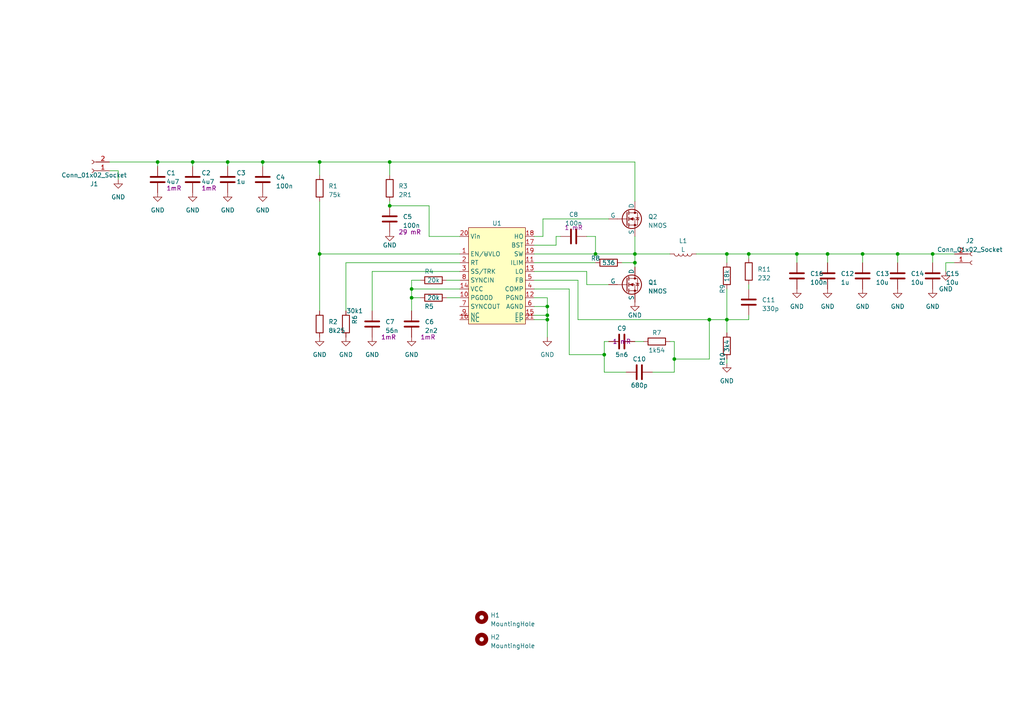
<source format=kicad_sch>
(kicad_sch (version 20230121) (generator eeschema)
  (paper "A4")
  (lib_symbols
    (symbol "Connector:Conn_01x02_Socket" (pin_names (offset 1.016) hide)
      (property "Reference" "J" (at 0 2.54 0))
      (property "Value" "Conn_01x02_Socket" (at 0 -5.08 0))
      (symbol "Conn_01x02_Socket_1_1"
        (arc (start 0 -2.032) (mid -0.5058 -2.54) (end 0 -3.048) (stroke (width 0.1524)))
        (polyline (pts (xy -1.27 -2.54) (xy -0.508 -2.54)) (stroke (width 0.1524)))
        (polyline (pts (xy -1.27 0) (xy -0.508 0)) (stroke (width 0.1524)))
        (arc (start 0 0.508) (mid -0.5058 0) (end 0 -0.508) (stroke (width 0.1524)))
        (pin passive line (at -5.08 0 0) (length 3.81) (name "Pin_1") (number "1"))
        (pin passive line (at -5.08 -2.54 0) (length 3.81) (name "Pin_2") (number "2"))
      )
    )
    (symbol "Device:C" (pin_numbers hide) (pin_names (offset 0.254))
      (property "Reference" "C" (at 0.635 2.54 0))
      (property "Value" "C" (at 0.635 -2.54 0))
      (symbol "C_0_1"
        (polyline (pts (xy -2.032 -0.762) (xy 2.032 -0.762)) (stroke (width 0.508)))
        (polyline (pts (xy -2.032 0.762) (xy 2.032 0.762)) (stroke (width 0.508)))
      )
      (symbol "C_1_1"
        (pin passive line (at 0 3.81 270) (length 2.794) (name "~") (number "1"))
        (pin passive line (at 0 -3.81 90) (length 2.794) (name "~") (number "2"))
      )
    )
    (symbol "Device:L" (pin_numbers hide) (pin_names (offset 1.016) hide)
      (property "Reference" "L" (at -1.27 0 90))
      (property "Value" "L" (at 1.905 0 90))
      (symbol "L_0_1"
        (arc (start 0 -2.54) (mid 0.6323 -1.905) (end 0 -1.27))
        (arc (start 0 -1.27) (mid 0.6323 -0.635) (end 0 0))
        (arc (start 0 0) (mid 0.6323 0.635) (end 0 1.27))
        (arc (start 0 1.27) (mid 0.6323 1.905) (end 0 2.54))
      )
      (symbol "L_1_1"
        (pin passive line (at 0 3.81 270) (length 1.27) (name "1") (number "1"))
        (pin passive line (at 0 -3.81 90) (length 1.27) (name "2") (number "2"))
      )
    )
    (symbol "Device:R" (pin_numbers hide) (pin_names (offset 0))
      (property "Reference" "R" (at 2.032 0 90))
      (property "Value" "R" (at 0 0 90))
      (symbol "R_0_1"
        (rectangle (start -1.016 -2.54) (end 1.016 2.54) (stroke (width 0.254)))
      )
      (symbol "R_1_1"
        (pin passive line (at 0 3.81 270) (length 1.27) (name "~") (number "1"))
        (pin passive line (at 0 -3.81 90) (length 1.27) (name "~") (number "2"))
      )
    )
    (symbol "Mechanical:MountingHole" (pin_names (offset 1.016))
      (property "Reference" "H" (at 0 5.08 0))
      (property "Value" "MountingHole" (at 0 3.175 0))
      (symbol "MountingHole_0_1"
        (circle (center 0 0) (radius 1.27) (stroke (width 1.27)))
      )
    )
    (symbol "Simulation_SPICE:NMOS" (pin_numbers hide) (pin_names (offset 0))
      (property "Reference" "Q" (at 5.08 1.27 0))
      (property "Value" "NMOS" (at 5.08 -1.27 0))
      (symbol "NMOS_0_1"
        (polyline (pts (xy 0.254 0) (xy -2.54 0)))
        (polyline (pts (xy 0.254 1.905) (xy 0.254 -1.905)) (stroke (width 0.254)))
        (polyline (pts (xy 0.762 -1.27) (xy 0.762 -2.286)) (stroke (width 0.254)))
        (polyline (pts (xy 0.762 0.508) (xy 0.762 -0.508)) (stroke (width 0.254)))
        (polyline (pts (xy 0.762 2.286) (xy 0.762 1.27)) (stroke (width 0.254)))
        (polyline (pts (xy 2.54 2.54) (xy 2.54 1.778)))
        (polyline (pts (xy 2.54 -2.54) (xy 2.54 0) (xy 0.762 0)))
        (polyline (pts (xy 0.762 -1.778) (xy 3.302 -1.778) (xy 3.302 1.778) (xy 0.762 1.778)))
        (polyline (pts (xy 1.016 0) (xy 2.032 0.381) (xy 2.032 -0.381) (xy 1.016 0)) (fill (type outline)))
        (polyline (pts (xy 2.794 0.508) (xy 2.921 0.381) (xy 3.683 0.381) (xy 3.81 0.254)))
        (polyline (pts (xy 3.302 0.381) (xy 2.921 -0.254) (xy 3.683 -0.254) (xy 3.302 0.381)))
        (circle (center 1.651 0) (radius 2.794) (stroke (width 0.254)))
        (circle (center 2.54 -1.778) (radius 0.254) (fill (type outline)))
        (circle (center 2.54 1.778) (radius 0.254) (fill (type outline)))
      )
      (symbol "NMOS_1_1"
        (pin passive line (at 2.54 5.08 270) (length 2.54) (name "D") (number "1"))
        (pin input line (at -5.08 0 0) (length 2.54) (name "G") (number "2"))
        (pin passive line (at 2.54 -5.08 90) (length 2.54) (name "S") (number "3"))
      )
    )
    (symbol "Techbeard:LM25145RGYR"
      (property "Reference" "U" (at 0 15.24 0))
      (symbol "LM25145RGYR_0_1"
        (rectangle (start -8.89 13.97) (end 7.62 -13.97) (fill (type background)))
      )
      (symbol "LM25145RGYR_1_1"
        (pin input line (at -11.43 6.35 0) (length 2.54) (name "EN/UVLO") (number "1"))
        (pin input line (at -11.43 -6.35 0) (length 2.54) (name "PGOOD") (number "10"))
        (pin input line (at 10.16 3.81 180) (length 2.54) (name "ILIM") (number "11"))
        (pin input line (at 10.16 -6.35 180) (length 2.54) (name "PGND") (number "12"))
        (pin input line (at 10.16 1.27 180) (length 2.54) (name "LO") (number "13"))
        (pin input line (at -11.43 -3.81 0) (length 2.54) (name "VCC") (number "14"))
        (pin input line (at 10.16 -11.43 180) (length 2.54) (name "EP") (number "15"))
        (pin input line (at -11.43 -12.7 0) (length 2.54) (name "NC") (number "16"))
        (pin input line (at 10.16 8.89 180) (length 2.54) (name "BST") (number "17"))
        (pin input line (at 10.16 11.43 180) (length 2.54) (name "HO") (number "18"))
        (pin input line (at 10.16 6.35 180) (length 2.54) (name "SW") (number "19"))
        (pin input line (at -11.43 3.81 0) (length 2.54) (name "RT") (number "2"))
        (pin input line (at -11.43 11.43 0) (length 2.54) (name "Vin") (number "20"))
        (pin input line (at 10.16 -12.7 180) (length 2.54) (name "EP") (number "21"))
        (pin input line (at -11.43 1.27 0) (length 2.54) (name "SS/TRK") (number "3"))
        (pin input line (at 10.16 -3.81 180) (length 2.54) (name "COMP") (number "4"))
        (pin input line (at 10.16 -1.27 180) (length 2.54) (name "FB") (number "5"))
        (pin input line (at 10.16 -8.89 180) (length 2.54) (name "AGND") (number "6"))
        (pin input line (at -11.43 -8.89 0) (length 2.54) (name "SYNCOUT") (number "7"))
        (pin input line (at -11.43 -1.27 0) (length 2.54) (name "SYNCIN") (number "8"))
        (pin input line (at -11.43 -11.43 0) (length 2.54) (name "NC") (number "9"))
      )
    )
    (symbol "power:GND" (power) (pin_names (offset 0))
      (property "Value" "GND" (at 0 -3.81 0))
      (symbol "GND_0_1"
        (polyline (pts (xy 0 0) (xy 0 -1.27) (xy 1.27 -1.27) (xy 0 -2.54) (xy -1.27 -1.27) (xy 0 -1.27)))
      )
      (symbol "GND_1_1"
        (pin power_in line (at 0 0 270) (length 0) hide (name "GND") (number "1"))
      )
    )
  )
  (junction (at 231.14 73.66))
  (junction (at 217.17 73.66))
  (junction (at 210.82 73.66))
  (junction (at 76.2 46.99))
  (junction (at 210.82 92.71))
  (junction (at 250.19 73.66))
  (junction (at 205.74 92.71))
  (junction (at 260.35 73.66))
  (junction (at 66.04 46.99))
  (junction (at 55.88 46.99))
  (junction (at 92.71 73.66))
  (junction (at 240.03 73.66))
  (junction (at 158.75 92.71))
  (junction (at 172.72 73.66))
  (junction (at 270.51 73.66))
  (junction (at 158.75 88.9))
  (junction (at 184.15 73.66))
  (junction (at 92.71 46.99))
  (junction (at 184.15 76.2))
  (junction (at 113.03 46.99))
  (junction (at 119.38 86.36))
  (junction (at 113.03 59.69))
  (junction (at 119.38 83.82))
  (junction (at 195.58 104.14))
  (junction (at 45.72 46.99))
  (junction (at 158.75 91.44))
  (junction (at 175.26 102.87))
  (wire (pts (xy 154.94 78.74) (xy 170.18 78.74)))
  (wire (pts (xy 55.88 46.99) (xy 55.88 48.26)))
  (wire (pts (xy 157.48 68.58) (xy 157.48 63.5)))
  (wire (pts (xy 260.35 76.2) (xy 260.35 73.66)))
  (wire (pts (xy 157.48 63.5) (xy 176.53 63.5)))
  (wire (pts (xy 184.15 73.66) (xy 172.72 73.66)))
  (wire (pts (xy 231.14 73.66) (xy 217.17 73.66)))
  (wire (pts (xy 181.61 107.95) (xy 175.26 107.95)))
  (wire (pts (xy 210.82 73.66) (xy 210.82 76.2)))
  (wire (pts (xy 274.32 76.2) (xy 274.32 78.74)))
  (wire (pts (xy 175.26 99.06) (xy 176.53 99.06)))
  (wire (pts (xy 184.15 46.99) (xy 113.03 46.99)))
  (wire (pts (xy 133.35 73.66) (xy 92.71 73.66)))
  (wire (pts (xy 66.04 46.99) (xy 66.04 48.26)))
  (wire (pts (xy 154.94 91.44) (xy 158.75 91.44)))
  (wire (pts (xy 129.54 81.28) (xy 133.35 81.28)))
  (wire (pts (xy 154.94 86.36) (xy 158.75 86.36)))
  (wire (pts (xy 158.75 92.71) (xy 158.75 97.79)))
  (wire (pts (xy 45.72 46.99) (xy 45.72 48.26)))
  (wire (pts (xy 210.82 104.14) (xy 210.82 105.41)))
  (wire (pts (xy 154.94 71.12) (xy 161.29 71.12)))
  (wire (pts (xy 100.33 76.2) (xy 100.33 90.17)))
  (wire (pts (xy 260.35 73.66) (xy 250.19 73.66)))
  (wire (pts (xy 217.17 91.44) (xy 217.17 92.71)))
  (wire (pts (xy 161.29 68.58) (xy 162.56 68.58)))
  (wire (pts (xy 133.35 78.74) (xy 107.95 78.74)))
  (wire (pts (xy 170.18 78.74) (xy 170.18 82.55)))
  (wire (pts (xy 217.17 73.66) (xy 210.82 73.66)))
  (wire (pts (xy 170.18 82.55) (xy 176.53 82.55)))
  (wire (pts (xy 180.34 76.2) (xy 184.15 76.2)))
  (wire (pts (xy 270.51 76.2) (xy 270.51 73.66)))
  (wire (pts (xy 170.18 68.58) (xy 172.72 68.58)))
  (wire (pts (xy 158.75 86.36) (xy 158.75 88.9)))
  (wire (pts (xy 55.88 46.99) (xy 66.04 46.99)))
  (wire (pts (xy 172.72 68.58) (xy 172.72 73.66)))
  (wire (pts (xy 158.75 91.44) (xy 158.75 92.71)))
  (wire (pts (xy 76.2 46.99) (xy 92.71 46.99)))
  (wire (pts (xy 250.19 73.66) (xy 240.03 73.66)))
  (wire (pts (xy 119.38 83.82) (xy 119.38 81.28)))
  (wire (pts (xy 184.15 99.06) (xy 186.69 99.06)))
  (wire (pts (xy 124.46 59.69) (xy 113.03 59.69)))
  (wire (pts (xy 92.71 73.66) (xy 92.71 90.17)))
  (wire (pts (xy 167.64 81.28) (xy 167.64 92.71)))
  (wire (pts (xy 124.46 68.58) (xy 133.35 68.58)))
  (wire (pts (xy 201.93 73.66) (xy 210.82 73.66)))
  (wire (pts (xy 113.03 58.42) (xy 113.03 59.69)))
  (wire (pts (xy 195.58 107.95) (xy 189.23 107.95)))
  (wire (pts (xy 31.75 46.99) (xy 45.72 46.99)))
  (wire (pts (xy 195.58 104.14) (xy 195.58 107.95)))
  (wire (pts (xy 175.26 102.87) (xy 175.26 99.06)))
  (wire (pts (xy 113.03 46.99) (xy 113.03 50.8)))
  (wire (pts (xy 210.82 96.52) (xy 210.82 92.71)))
  (wire (pts (xy 124.46 68.58) (xy 124.46 59.69)))
  (wire (pts (xy 184.15 76.2) (xy 184.15 77.47)))
  (wire (pts (xy 167.64 92.71) (xy 205.74 92.71)))
  (wire (pts (xy 165.1 83.82) (xy 165.1 102.87)))
  (wire (pts (xy 129.54 86.36) (xy 133.35 86.36)))
  (wire (pts (xy 154.94 92.71) (xy 158.75 92.71)))
  (wire (pts (xy 194.31 73.66) (xy 184.15 73.66)))
  (wire (pts (xy 231.14 73.66) (xy 231.14 76.2)))
  (wire (pts (xy 66.04 46.99) (xy 76.2 46.99)))
  (wire (pts (xy 195.58 104.14) (xy 205.74 104.14)))
  (wire (pts (xy 34.29 49.53) (xy 34.29 52.07)))
  (wire (pts (xy 175.26 107.95) (xy 175.26 102.87)))
  (wire (pts (xy 154.94 81.28) (xy 167.64 81.28)))
  (wire (pts (xy 205.74 104.14) (xy 205.74 92.71)))
  (wire (pts (xy 184.15 68.58) (xy 184.15 73.66)))
  (wire (pts (xy 217.17 74.93) (xy 217.17 73.66)))
  (wire (pts (xy 240.03 73.66) (xy 231.14 73.66)))
  (wire (pts (xy 165.1 102.87) (xy 175.26 102.87)))
  (wire (pts (xy 133.35 83.82) (xy 119.38 83.82)))
  (wire (pts (xy 250.19 73.66) (xy 250.19 76.2)))
  (wire (pts (xy 76.2 48.26) (xy 76.2 46.99)))
  (wire (pts (xy 154.94 88.9) (xy 158.75 88.9)))
  (wire (pts (xy 172.72 73.66) (xy 154.94 73.66)))
  (wire (pts (xy 195.58 99.06) (xy 195.58 104.14)))
  (wire (pts (xy 157.48 68.58) (xy 154.94 68.58)))
  (wire (pts (xy 217.17 82.55) (xy 217.17 83.82)))
  (wire (pts (xy 121.92 86.36) (xy 119.38 86.36)))
  (wire (pts (xy 119.38 81.28) (xy 121.92 81.28)))
  (wire (pts (xy 158.75 88.9) (xy 158.75 91.44)))
  (wire (pts (xy 205.74 92.71) (xy 210.82 92.71)))
  (wire (pts (xy 92.71 50.8) (xy 92.71 46.99)))
  (wire (pts (xy 194.31 99.06) (xy 195.58 99.06)))
  (wire (pts (xy 31.75 49.53) (xy 34.29 49.53)))
  (wire (pts (xy 119.38 86.36) (xy 119.38 90.17)))
  (wire (pts (xy 184.15 76.2) (xy 184.15 73.66)))
  (wire (pts (xy 276.86 76.2) (xy 274.32 76.2)))
  (wire (pts (xy 92.71 46.99) (xy 113.03 46.99)))
  (wire (pts (xy 92.71 58.42) (xy 92.71 73.66)))
  (wire (pts (xy 210.82 83.82) (xy 210.82 92.71)))
  (wire (pts (xy 184.15 58.42) (xy 184.15 46.99)))
  (wire (pts (xy 270.51 73.66) (xy 276.86 73.66)))
  (wire (pts (xy 240.03 73.66) (xy 240.03 76.2)))
  (wire (pts (xy 119.38 86.36) (xy 119.38 83.82)))
  (wire (pts (xy 210.82 92.71) (xy 217.17 92.71)))
  (wire (pts (xy 45.72 46.99) (xy 55.88 46.99)))
  (wire (pts (xy 133.35 76.2) (xy 100.33 76.2)))
  (wire (pts (xy 260.35 73.66) (xy 270.51 73.66)))
  (wire (pts (xy 172.72 76.2) (xy 154.94 76.2)))
  (wire (pts (xy 107.95 78.74) (xy 107.95 90.17)))
  (wire (pts (xy 161.29 68.58) (xy 161.29 71.12)))
  (wire (pts (xy 154.94 83.82) (xy 165.1 83.82)))
  (symbol (lib_id "power:GND") (at 34.29 52.07 0) (unit 1)
    (property "Reference" "#PWR01" (effects hide))
    (property "Value" "GND" (at 34.29 57.15 0))
  )
  (symbol (lib_id "power:GND") (at 92.71 97.79 0) (unit 1)
    (property "Reference" "#PWR012" (effects hide))
    (property "Value" "GND" (at 92.71 102.87 0))
  )
  (symbol (lib_id "Device:C") (at 185.42 107.95 270) (unit 1)
    (property "Reference" "C10" (at 185.42 104.14 90))
    (property "Value" "680p" (at 185.42 111.76 90))
    (property "Footprint" "Capacitor_SMD:C_0402_1005Metric" (effects hide))
  )
  (symbol (lib_id "Device:C") (at 250.19 80.01 0) (unit 1)
    (property "Reference" "C13" (at 254 79.375 0) (effects (justify left)))
    (property "Value" "10u" (at 254 81.915 0) (effects (justify left)))
    (property "Footprint" "Capacitor_SMD:C_1210_3225Metric" (effects hide))
    (property "Wert2" "8mR" (effects hide))
  )
  (symbol (lib_id "Device:C") (at 260.35 80.01 0) (unit 1)
    (property "Reference" "C14" (at 264.16 79.375 0) (effects (justify left)))
    (property "Value" "10u" (at 264.16 81.915 0) (effects (justify left)))
    (property "Footprint" "Capacitor_SMD:C_1210_3225Metric" (effects hide))
    (property "Wert2" "8mR" (effects hide))
  )
  (symbol (lib_id "Device:C") (at 240.03 80.01 0) (unit 1)
    (property "Reference" "C12" (at 243.84 79.375 0) (effects (justify left)))
    (property "Value" "1u" (at 243.84 81.915 0) (effects (justify left)))
    (property "Footprint" "Capacitor_SMD:C_0805_2012Metric" (effects hide))
    (property "Wert2" "8mR" (effects hide))
  )
  (symbol (lib_id "power:GND") (at 45.72 55.88 0) (unit 1)
    (property "Reference" "#PWR02" (effects hide))
    (property "Value" "GND" (at 45.72 60.96 0))
  )
  (symbol (lib_id "Device:L") (at 198.12 73.66 270) (unit 1)
    (property "Reference" "L1" (at 198.12 69.85 90))
    (property "Value" "L" (at 198.12 72.39 90))
    (property "Footprint" "Techbeard:SER2009-122MLD" (effects hide))
  )
  (symbol (lib_id "power:GND") (at 260.35 83.82 0) (unit 1)
    (property "Reference" "#PWR017" (effects hide))
    (property "Value" "GND" (at 260.35 88.9 0))
  )
  (symbol (lib_id "Device:C") (at 55.88 52.07 0) (unit 1)
    (property "Reference" "C2" (at 58.42 50.165 0) (effects (justify left)))
    (property "Value" "4u7" (at 58.42 52.705 0) (effects (justify left)))
    (property "Footprint" "Capacitor_SMD:C_1210_3225Metric" (effects hide))
    (property "Wert2" "1mR" (at 58.42 54.61 0) (effects (justify left)))
  )
  (symbol (lib_id "Device:C") (at 66.04 52.07 0) (unit 1)
    (property "Reference" "C3" (at 68.58 50.165 0) (effects (justify left)))
    (property "Value" "1u" (at 68.58 52.705 0) (effects (justify left)))
    (property "Footprint" "Capacitor_SMD:C_0805_2012Metric" (effects hide))
    (property "Wert2" "1mR" (effects hide))
  )
  (symbol (lib_id "Mechanical:MountingHole") (at 139.7 179.07 0) (unit 1)
    (property "Reference" "H1" (at 142.24 178.435 0) (effects (justify left)))
    (property "Value" "MountingHole" (at 142.24 180.975 0) (effects (justify left)))
    (property "Footprint" "MountingHole:MountingHole_3.2mm_M3" (effects hide))
  )
  (symbol (lib_id "Device:C") (at 107.95 93.98 0) (unit 1)
    (property "Reference" "C7" (at 111.76 93.345 0) (effects (justify left)))
    (property "Value" "56n" (at 111.76 95.885 0) (effects (justify left)))
    (property "Footprint" "Capacitor_SMD:C_0402_1005Metric" (effects hide))
    (property "Wert2" "1mR" (at 110.49 97.79 0) (effects (justify left)))
  )
  (symbol (lib_id "Techbeard:LM25145RGYR") (at 144.78 80.01 0) (unit 1)
    (property "Reference" "U1" (at 144.145 64.77 0))
    (property "Value" "~" (at 140.97 73.66 0))
    (property "Footprint" "LCSC:VQFN-20_L4.5-W3.5-P0.50-BL-EP" (effects hide))
  )
  (symbol (lib_id "Device:C") (at 180.34 99.06 270) (unit 1)
    (property "Reference" "C9" (at 180.34 95.25 90))
    (property "Value" "5n6" (at 180.34 102.87 90))
    (property "Footprint" "Capacitor_SMD:C_0402_1005Metric" (effects hide))
    (property "Wert2" "1 mR" (at 180.34 99.06 90))
  )
  (symbol (lib_id "power:GND") (at 231.14 83.82 0) (unit 1)
    (property "Reference" "#PWR019" (effects hide))
    (property "Value" "GND" (at 231.14 88.9 0))
  )
  (symbol (lib_id "Device:R") (at 125.73 81.28 90) (unit 1)
    (property "Reference" "R4" (at 124.46 78.74 90))
    (property "Value" "20k" (at 125.73 81.28 90))
    (property "Footprint" "Resistor_SMD:R_0402_1005Metric" (effects hide))
  )
  (symbol (lib_id "Device:C") (at 231.14 80.01 0) (unit 1)
    (property "Reference" "C16" (at 234.95 79.375 0) (effects (justify left)))
    (property "Value" "100n" (at 234.95 81.915 0) (effects (justify left)))
    (property "Footprint" "Capacitor_SMD:C_0402_1005Metric" (effects hide))
    (property "Wert2" "8mR" (effects hide))
  )
  (symbol (lib_id "power:GND") (at 100.33 97.79 0) (unit 1)
    (property "Reference" "#PWR011" (effects hide))
    (property "Value" "GND" (at 100.33 102.87 0))
  )
  (symbol (lib_id "Device:R") (at 100.33 93.98 0) (unit 1)
    (property "Reference" "R6" (at 102.87 92.71 90))
    (property "Value" "30k1" (at 102.87 90.17 0))
    (property "Footprint" "Resistor_SMD:R_0402_1005Metric" (effects hide))
  )
  (symbol (lib_id "Device:R") (at 92.71 93.98 0) (unit 1)
    (property "Reference" "R2" (at 95.25 93.345 0) (effects (justify left)))
    (property "Value" "8k25" (at 95.25 95.885 0) (effects (justify left)))
    (property "Footprint" "Resistor_SMD:R_0402_1005Metric" (effects hide))
  )
  (symbol (lib_id "Device:R") (at 210.82 100.33 180) (unit 1)
    (property "Reference" "R10" (at 209.55 104.14 90))
    (property "Value" "3k4" (at 210.82 100.33 90))
    (property "Footprint" "Resistor_SMD:R_0402_1005Metric" (effects hide))
  )
  (symbol (lib_id "Device:C") (at 217.17 87.63 0) (unit 1)
    (property "Reference" "C11" (at 220.98 86.995 0) (effects (justify left)))
    (property "Value" "330p" (at 220.98 89.535 0) (effects (justify left)))
    (property "Footprint" "Capacitor_SMD:C_0402_1005Metric" (effects hide))
  )
  (symbol (lib_id "power:GND") (at 274.32 78.74 0) (unit 1)
    (property "Reference" "#PWR06" (effects hide))
    (property "Value" "GND" (at 274.32 83.82 0))
  )
  (symbol (lib_id "Device:R") (at 210.82 80.01 180) (unit 1)
    (property "Reference" "R9" (at 209.55 83.82 90))
    (property "Value" "18k" (at 210.82 80.01 90))
    (property "Footprint" "Resistor_SMD:R_0402_1005Metric" (effects hide))
  )
  (symbol (lib_id "power:GND") (at 76.2 55.88 0) (unit 1)
    (property "Reference" "#PWR05" (effects hide))
    (property "Value" "GND" (at 76.2 60.96 0))
  )
  (symbol (lib_id "Connector:Conn_01x02_Socket") (at 26.67 49.53 180) (unit 1)
    (property "Reference" "J1" (at 27.305 53.34 0))
    (property "Value" "Conn_01x02_Socket" (at 27.305 50.8 0))
    (property "Footprint" "Connector_AMASS:AMASS_XT30PW-M_1x02_P2.50mm_Horizontal" (effects hide))
  )
  (symbol (lib_id "power:GND") (at 113.03 67.31 0) (unit 1)
    (property "Reference" "#PWR09" (effects hide))
    (property "Value" "GND" (at 113.03 71.12 0))
  )
  (symbol (lib_id "Device:C") (at 119.38 93.98 0) (unit 1)
    (property "Reference" "C6" (at 123.19 93.345 0) (effects (justify left)))
    (property "Value" "2n2" (at 123.19 95.885 0) (effects (justify left)))
    (property "Footprint" "Capacitor_SMD:C_0402_1005Metric" (effects hide))
    (property "Wert2" "1mR" (at 121.92 97.79 0) (effects (justify left)))
  )
  (symbol (lib_id "Device:R") (at 190.5 99.06 90) (unit 1)
    (property "Reference" "R7" (at 190.5 96.52 90))
    (property "Value" "1k54" (at 190.5 101.6 90))
    (property "Footprint" "Resistor_SMD:R_0402_1005Metric" (effects hide))
  )
  (symbol (lib_id "Device:C") (at 45.72 52.07 0) (unit 1)
    (property "Reference" "C1" (at 48.26 50.165 0) (effects (justify left)))
    (property "Value" "4u7" (at 48.26 52.705 0) (effects (justify left)))
    (property "Footprint" "Capacitor_SMD:C_1210_3225Metric" (effects hide))
    (property "Wert2" "1mR" (at 48.26 54.61 0) (effects (justify left)))
  )
  (symbol (lib_id "power:GND") (at 250.19 83.82 0) (unit 1)
    (property "Reference" "#PWR016" (effects hide))
    (property "Value" "GND" (at 250.19 88.9 0))
  )
  (symbol (lib_id "power:GND") (at 66.04 55.88 0) (unit 1)
    (property "Reference" "#PWR04" (effects hide))
    (property "Value" "GND" (at 66.04 60.96 0))
  )
  (symbol (lib_id "Simulation_SPICE:NMOS") (at 181.61 82.55 0) (unit 1)
    (property "Reference" "Q1" (at 187.96 81.915 0) (effects (justify left)))
    (property "Value" "NMOS" (at 187.96 84.455 0) (effects (justify left)))
    (property "Footprint" "LCSC:VSON-CLIP-8_L5.0-W6.0-P1.27-BL" (effects hide))
    (property "Datasheet" "https://ngspice.sourceforge.io/docs/ngspice-manual.pdf" (effects hide))
    (property "Sim.Device" "NMOS" (effects hide))
    (property "Sim.Type" "VDMOS" (effects hide))
    (property "Sim.Pins" "1=D 2=G 3=S" (effects hide))
  )
  (symbol (lib_id "power:GND") (at 55.88 55.88 0) (unit 1)
    (property "Reference" "#PWR03" (effects hide))
    (property "Value" "GND" (at 55.88 60.96 0))
  )
  (symbol (lib_id "Device:R") (at 125.73 86.36 90) (unit 1)
    (property "Reference" "R5" (at 124.46 88.9 90))
    (property "Value" "20k" (at 125.73 86.36 90))
    (property "Footprint" "Resistor_SMD:R_0402_1005Metric" (effects hide))
  )
  (symbol (lib_id "Device:C") (at 166.37 68.58 270) (unit 1)
    (property "Reference" "C8" (at 166.37 62.23 90))
    (property "Value" "100n" (at 166.37 64.77 90))
    (property "Footprint" "Capacitor_SMD:C_0402_1005Metric" (effects hide))
    (property "Wert2" "1 mR" (at 166.37 66.04 90))
  )
  (symbol (lib_id "power:GND") (at 158.75 97.79 0) (unit 1)
    (property "Reference" "#PWR07" (effects hide))
    (property "Value" "GND" (at 158.75 102.87 0))
  )
  (symbol (lib_id "Device:R") (at 92.71 54.61 0) (unit 1)
    (property "Reference" "R1" (at 95.25 53.975 0) (effects (justify left)))
    (property "Value" "75k" (at 95.25 56.515 0) (effects (justify left)))
    (property "Footprint" "Resistor_SMD:R_0402_1005Metric" (effects hide))
  )
  (symbol (lib_id "power:GND") (at 107.95 97.79 0) (unit 1)
    (property "Reference" "#PWR010" (effects hide))
    (property "Value" "GND" (at 107.95 102.87 0))
  )
  (symbol (lib_id "Device:R") (at 176.53 76.2 90) (unit 1)
    (property "Reference" "R8" (at 172.72 74.93 90))
    (property "Value" "536" (at 176.53 76.2 90))
    (property "Footprint" "Resistor_SMD:R_0402_1005Metric" (effects hide))
  )
  (symbol (lib_id "Device:C") (at 270.51 80.01 0) (unit 1)
    (property "Reference" "C15" (at 274.32 79.375 0) (effects (justify left)))
    (property "Value" "10u" (at 274.32 81.915 0) (effects (justify left)))
    (property "Footprint" "Capacitor_SMD:C_1210_3225Metric" (effects hide))
    (property "Wert2" "8mR" (effects hide))
  )
  (symbol (lib_id "Device:C") (at 113.03 63.5 0) (unit 1)
    (property "Reference" "C5" (at 116.84 62.865 0) (effects (justify left)))
    (property "Value" "100n" (at 116.84 65.405 0) (effects (justify left)))
    (property "Footprint" "Capacitor_SMD:C_0402_1005Metric" (effects hide))
    (property "Wert2" "29 mR" (at 115.57 67.31 0) (effects (justify left)))
  )
  (symbol (lib_id "power:GND") (at 210.82 105.41 0) (unit 1)
    (property "Reference" "#PWR014" (effects hide))
    (property "Value" "GND" (at 210.82 110.49 0))
  )
  (symbol (lib_id "power:GND") (at 270.51 83.82 0) (unit 1)
    (property "Reference" "#PWR018" (effects hide))
    (property "Value" "GND" (at 270.51 88.9 0))
  )
  (symbol (lib_id "Device:R") (at 113.03 54.61 0) (unit 1)
    (property "Reference" "R3" (at 115.57 53.975 0) (effects (justify left)))
    (property "Value" "2R1" (at 115.57 56.515 0) (effects (justify left)))
    (property "Footprint" "Resistor_SMD:R_0402_1005Metric" (effects hide))
  )
  (symbol (lib_id "power:GND") (at 119.38 97.79 0) (unit 1)
    (property "Reference" "#PWR08" (effects hide))
    (property "Value" "GND" (at 119.38 102.87 0))
  )
  (symbol (lib_id "Device:C") (at 76.2 52.07 0) (unit 1)
    (property "Reference" "C4" (at 80.01 51.435 0) (effects (justify left)))
    (property "Value" "100n" (at 80.01 53.975 0) (effects (justify left)))
    (property "Footprint" "Capacitor_SMD:C_0402_1005Metric" (effects hide))
  )
  (symbol (lib_id "power:GND") (at 240.03 83.82 0) (unit 1)
    (property "Reference" "#PWR015" (effects hide))
    (property "Value" "GND" (at 240.03 88.9 0))
  )
  (symbol (lib_id "Mechanical:MountingHole") (at 139.7 185.42 0) (unit 1)
    (property "Reference" "H2" (at 142.24 184.785 0) (effects (justify left)))
    (property "Value" "MountingHole" (at 142.24 187.325 0) (effects (justify left)))
    (property "Footprint" "MountingHole:MountingHole_3.2mm_M3" (effects hide))
  )
  (symbol (lib_id "Device:R") (at 217.17 78.74 0) (unit 1)
    (property "Reference" "R11" (at 219.71 78.105 0) (effects (justify left)))
    (property "Value" "232" (at 219.71 80.645 0) (effects (justify left)))
    (property "Footprint" "Resistor_SMD:R_0402_1005Metric" (effects hide))
  )
  (symbol (lib_id "power:GND") (at 184.15 87.63 0) (unit 1)
    (property "Reference" "#PWR013" (effects hide))
    (property "Value" "GND" (at 184.15 91.44 0))
  )
  (symbol (lib_id "Connector:Conn_01x02_Socket") (at 281.94 76.2 0) (mirror x) (unit 1)
    (property "Reference" "J2" (at 281.305 69.85 0))
    (property "Value" "Conn_01x02_Socket" (at 281.305 72.39 0))
    (property "Footprint" "Connector_AMASS:AMASS_XT30PW-F_1x02_P2.50mm_Horizontal" (effects hide))
  )
  (symbol (lib_id "Simulation_SPICE:NMOS") (at 181.61 63.5 0) (unit 1)
    (property "Reference" "Q2" (at 187.96 62.865 0) (effects (justify left)))
    (property "Value" "NMOS" (at 187.96 65.405 0) (effects (justify left)))
    (property "Footprint" "LCSC:VSON-CLIP-8_L5.0-W6.0-P1.27-BL" (effects hide))
    (property "Datasheet" "https://ngspice.sourceforge.io/docs/ngspice-manual.pdf" (effects hide))
    (property "Sim.Device" "NMOS" (effects hide))
    (property "Sim.Type" "VDMOS" (effects hide))
    (property "Sim.Pins" "1=D 2=G 3=S" (effects hide))
  )
)
</source>
